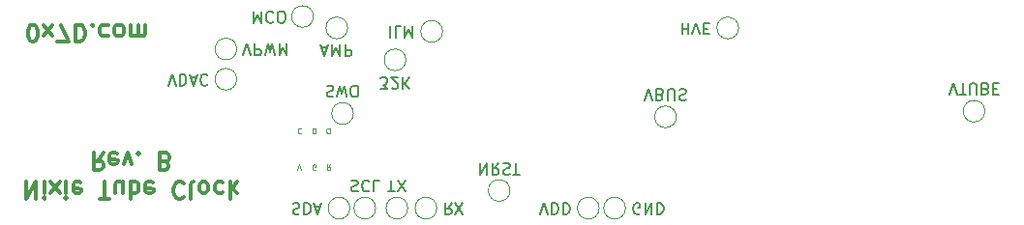
<source format=gbr>
G04 #@! TF.GenerationSoftware,KiCad,Pcbnew,(5.0.2)-1*
G04 #@! TF.CreationDate,2019-02-23T20:37:34-08:00*
G04 #@! TF.ProjectId,nixie_bottom_board,6e697869-655f-4626-9f74-746f6d5f626f,rev?*
G04 #@! TF.SameCoordinates,Original*
G04 #@! TF.FileFunction,Legend,Bot*
G04 #@! TF.FilePolarity,Positive*
%FSLAX46Y46*%
G04 Gerber Fmt 4.6, Leading zero omitted, Abs format (unit mm)*
G04 Created by KiCad (PCBNEW (5.0.2)-1) date 2/23/2019 8:37:34 PM*
%MOMM*%
%LPD*%
G01*
G04 APERTURE LIST*
%ADD10C,0.200000*%
%ADD11C,0.100000*%
%ADD12C,0.300000*%
%ADD13C,0.120000*%
G04 APERTURE END LIST*
D10*
X160991904Y-108900000D02*
X160896666Y-108947619D01*
X160753809Y-108947619D01*
X160610952Y-108900000D01*
X160515714Y-108804761D01*
X160468095Y-108709523D01*
X160420476Y-108519047D01*
X160420476Y-108376190D01*
X160468095Y-108185714D01*
X160515714Y-108090476D01*
X160610952Y-107995238D01*
X160753809Y-107947619D01*
X160849047Y-107947619D01*
X160991904Y-107995238D01*
X161039523Y-108042857D01*
X161039523Y-108376190D01*
X160849047Y-108376190D01*
X161468095Y-107947619D02*
X161468095Y-108947619D01*
X162039523Y-107947619D01*
X162039523Y-108947619D01*
X162515714Y-107947619D02*
X162515714Y-108947619D01*
X162753809Y-108947619D01*
X162896666Y-108900000D01*
X162991904Y-108804761D01*
X163039523Y-108709523D01*
X163087142Y-108519047D01*
X163087142Y-108376190D01*
X163039523Y-108185714D01*
X162991904Y-108090476D01*
X162896666Y-107995238D01*
X162753809Y-107947619D01*
X162515714Y-107947619D01*
X138998095Y-106947619D02*
X139569523Y-106947619D01*
X139283809Y-105947619D02*
X139283809Y-106947619D01*
X139807619Y-106947619D02*
X140474285Y-105947619D01*
X140474285Y-106947619D02*
X139807619Y-105947619D01*
X144539523Y-107947619D02*
X144206190Y-108423809D01*
X143968095Y-107947619D02*
X143968095Y-108947619D01*
X144349047Y-108947619D01*
X144444285Y-108900000D01*
X144491904Y-108852380D01*
X144539523Y-108757142D01*
X144539523Y-108614285D01*
X144491904Y-108519047D01*
X144444285Y-108471428D01*
X144349047Y-108423809D01*
X143968095Y-108423809D01*
X144872857Y-108947619D02*
X145539523Y-107947619D01*
X145539523Y-108947619D02*
X144872857Y-107947619D01*
X147057142Y-104447619D02*
X147057142Y-105447619D01*
X147628571Y-104447619D01*
X147628571Y-105447619D01*
X148676190Y-104447619D02*
X148342857Y-104923809D01*
X148104761Y-104447619D02*
X148104761Y-105447619D01*
X148485714Y-105447619D01*
X148580952Y-105400000D01*
X148628571Y-105352380D01*
X148676190Y-105257142D01*
X148676190Y-105114285D01*
X148628571Y-105019047D01*
X148580952Y-104971428D01*
X148485714Y-104923809D01*
X148104761Y-104923809D01*
X149057142Y-104495238D02*
X149200000Y-104447619D01*
X149438095Y-104447619D01*
X149533333Y-104495238D01*
X149580952Y-104542857D01*
X149628571Y-104638095D01*
X149628571Y-104733333D01*
X149580952Y-104828571D01*
X149533333Y-104876190D01*
X149438095Y-104923809D01*
X149247619Y-104971428D01*
X149152380Y-105019047D01*
X149104761Y-105066666D01*
X149057142Y-105161904D01*
X149057142Y-105257142D01*
X149104761Y-105352380D01*
X149152380Y-105400000D01*
X149247619Y-105447619D01*
X149485714Y-105447619D01*
X149628571Y-105400000D01*
X149914285Y-105447619D02*
X150485714Y-105447619D01*
X150200000Y-104447619D02*
X150200000Y-105447619D01*
D11*
X133727380Y-101873809D02*
X133822619Y-101873809D01*
X133870238Y-101850000D01*
X133917857Y-101802380D01*
X133941666Y-101707142D01*
X133941666Y-101540476D01*
X133917857Y-101445238D01*
X133870238Y-101397619D01*
X133822619Y-101373809D01*
X133727380Y-101373809D01*
X133679761Y-101397619D01*
X133632142Y-101445238D01*
X133608333Y-101540476D01*
X133608333Y-101707142D01*
X133632142Y-101802380D01*
X133679761Y-101850000D01*
X133727380Y-101873809D01*
X132369047Y-101373809D02*
X132369047Y-101873809D01*
X132488095Y-101873809D01*
X132559523Y-101850000D01*
X132607142Y-101802380D01*
X132630952Y-101754761D01*
X132654761Y-101659523D01*
X132654761Y-101588095D01*
X132630952Y-101492857D01*
X132607142Y-101445238D01*
X132559523Y-101397619D01*
X132488095Y-101373809D01*
X132369047Y-101373809D01*
X131384761Y-101421428D02*
X131360952Y-101397619D01*
X131289523Y-101373809D01*
X131241904Y-101373809D01*
X131170476Y-101397619D01*
X131122857Y-101445238D01*
X131099047Y-101492857D01*
X131075238Y-101588095D01*
X131075238Y-101659523D01*
X131099047Y-101754761D01*
X131122857Y-101802380D01*
X131170476Y-101850000D01*
X131241904Y-101873809D01*
X131289523Y-101873809D01*
X131360952Y-101850000D01*
X131384761Y-101826190D01*
X133924761Y-104573809D02*
X133758095Y-104811904D01*
X133639047Y-104573809D02*
X133639047Y-105073809D01*
X133829523Y-105073809D01*
X133877142Y-105050000D01*
X133900952Y-105026190D01*
X133924761Y-104978571D01*
X133924761Y-104907142D01*
X133900952Y-104859523D01*
X133877142Y-104835714D01*
X133829523Y-104811904D01*
X133639047Y-104811904D01*
X132630952Y-105050000D02*
X132583333Y-105073809D01*
X132511904Y-105073809D01*
X132440476Y-105050000D01*
X132392857Y-105002380D01*
X132369047Y-104954761D01*
X132345238Y-104859523D01*
X132345238Y-104788095D01*
X132369047Y-104692857D01*
X132392857Y-104645238D01*
X132440476Y-104597619D01*
X132511904Y-104573809D01*
X132559523Y-104573809D01*
X132630952Y-104597619D01*
X132654761Y-104621428D01*
X132654761Y-104788095D01*
X132559523Y-104788095D01*
X131063333Y-105073809D02*
X131230000Y-104573809D01*
X131396666Y-105073809D01*
D10*
X133619047Y-97695238D02*
X133761904Y-97647619D01*
X134000000Y-97647619D01*
X134095238Y-97695238D01*
X134142857Y-97742857D01*
X134190476Y-97838095D01*
X134190476Y-97933333D01*
X134142857Y-98028571D01*
X134095238Y-98076190D01*
X134000000Y-98123809D01*
X133809523Y-98171428D01*
X133714285Y-98219047D01*
X133666666Y-98266666D01*
X133619047Y-98361904D01*
X133619047Y-98457142D01*
X133666666Y-98552380D01*
X133714285Y-98600000D01*
X133809523Y-98647619D01*
X134047619Y-98647619D01*
X134190476Y-98600000D01*
X134523809Y-98647619D02*
X134761904Y-97647619D01*
X134952380Y-98361904D01*
X135142857Y-97647619D01*
X135380952Y-98647619D01*
X135952380Y-98647619D02*
X136142857Y-98647619D01*
X136238095Y-98600000D01*
X136333333Y-98504761D01*
X136380952Y-98314285D01*
X136380952Y-97980952D01*
X136333333Y-97790476D01*
X136238095Y-97695238D01*
X136142857Y-97647619D01*
X135952380Y-97647619D01*
X135857142Y-97695238D01*
X135761904Y-97790476D01*
X135714285Y-97980952D01*
X135714285Y-98314285D01*
X135761904Y-98504761D01*
X135857142Y-98600000D01*
X135952380Y-98647619D01*
D12*
X107837857Y-93821428D02*
X107980714Y-93821428D01*
X108123571Y-93750000D01*
X108195000Y-93678571D01*
X108266428Y-93535714D01*
X108337857Y-93250000D01*
X108337857Y-92892857D01*
X108266428Y-92607142D01*
X108195000Y-92464285D01*
X108123571Y-92392857D01*
X107980714Y-92321428D01*
X107837857Y-92321428D01*
X107695000Y-92392857D01*
X107623571Y-92464285D01*
X107552142Y-92607142D01*
X107480714Y-92892857D01*
X107480714Y-93250000D01*
X107552142Y-93535714D01*
X107623571Y-93678571D01*
X107695000Y-93750000D01*
X107837857Y-93821428D01*
X108837857Y-92321428D02*
X109623571Y-93321428D01*
X108837857Y-93321428D02*
X109623571Y-92321428D01*
X110052142Y-93821428D02*
X111052142Y-93821428D01*
X110409285Y-92321428D01*
X111623571Y-92321428D02*
X111623571Y-93821428D01*
X111980714Y-93821428D01*
X112195000Y-93750000D01*
X112337857Y-93607142D01*
X112409285Y-93464285D01*
X112480714Y-93178571D01*
X112480714Y-92964285D01*
X112409285Y-92678571D01*
X112337857Y-92535714D01*
X112195000Y-92392857D01*
X111980714Y-92321428D01*
X111623571Y-92321428D01*
X113123571Y-92464285D02*
X113195000Y-92392857D01*
X113123571Y-92321428D01*
X113052142Y-92392857D01*
X113123571Y-92464285D01*
X113123571Y-92321428D01*
X114480714Y-92392857D02*
X114337857Y-92321428D01*
X114052142Y-92321428D01*
X113909285Y-92392857D01*
X113837857Y-92464285D01*
X113766428Y-92607142D01*
X113766428Y-93035714D01*
X113837857Y-93178571D01*
X113909285Y-93250000D01*
X114052142Y-93321428D01*
X114337857Y-93321428D01*
X114480714Y-93250000D01*
X115337857Y-92321428D02*
X115195000Y-92392857D01*
X115123571Y-92464285D01*
X115052142Y-92607142D01*
X115052142Y-93035714D01*
X115123571Y-93178571D01*
X115195000Y-93250000D01*
X115337857Y-93321428D01*
X115552142Y-93321428D01*
X115695000Y-93250000D01*
X115766428Y-93178571D01*
X115837857Y-93035714D01*
X115837857Y-92607142D01*
X115766428Y-92464285D01*
X115695000Y-92392857D01*
X115552142Y-92321428D01*
X115337857Y-92321428D01*
X116480714Y-92321428D02*
X116480714Y-93321428D01*
X116480714Y-93178571D02*
X116552142Y-93250000D01*
X116695000Y-93321428D01*
X116909285Y-93321428D01*
X117052142Y-93250000D01*
X117123571Y-93107142D01*
X117123571Y-92321428D01*
X117123571Y-93107142D02*
X117195000Y-93250000D01*
X117337857Y-93321428D01*
X117552142Y-93321428D01*
X117695000Y-93250000D01*
X117766428Y-93107142D01*
X117766428Y-92321428D01*
D10*
X161466666Y-98947619D02*
X161800000Y-97947619D01*
X162133333Y-98947619D01*
X162800000Y-98471428D02*
X162942857Y-98423809D01*
X162990476Y-98376190D01*
X163038095Y-98280952D01*
X163038095Y-98138095D01*
X162990476Y-98042857D01*
X162942857Y-97995238D01*
X162847619Y-97947619D01*
X162466666Y-97947619D01*
X162466666Y-98947619D01*
X162800000Y-98947619D01*
X162895238Y-98900000D01*
X162942857Y-98852380D01*
X162990476Y-98757142D01*
X162990476Y-98661904D01*
X162942857Y-98566666D01*
X162895238Y-98519047D01*
X162800000Y-98471428D01*
X162466666Y-98471428D01*
X163466666Y-98947619D02*
X163466666Y-98138095D01*
X163514285Y-98042857D01*
X163561904Y-97995238D01*
X163657142Y-97947619D01*
X163847619Y-97947619D01*
X163942857Y-97995238D01*
X163990476Y-98042857D01*
X164038095Y-98138095D01*
X164038095Y-98947619D01*
X164466666Y-97995238D02*
X164609523Y-97947619D01*
X164847619Y-97947619D01*
X164942857Y-97995238D01*
X164990476Y-98042857D01*
X165038095Y-98138095D01*
X165038095Y-98233333D01*
X164990476Y-98328571D01*
X164942857Y-98376190D01*
X164847619Y-98423809D01*
X164657142Y-98471428D01*
X164561904Y-98519047D01*
X164514285Y-98566666D01*
X164466666Y-98661904D01*
X164466666Y-98757142D01*
X164514285Y-98852380D01*
X164561904Y-98900000D01*
X164657142Y-98947619D01*
X164895238Y-98947619D01*
X165038095Y-98900000D01*
D12*
X107321428Y-106096428D02*
X107321428Y-107596428D01*
X108178571Y-106096428D01*
X108178571Y-107596428D01*
X108892857Y-106096428D02*
X108892857Y-107096428D01*
X108892857Y-107596428D02*
X108821428Y-107525000D01*
X108892857Y-107453571D01*
X108964285Y-107525000D01*
X108892857Y-107596428D01*
X108892857Y-107453571D01*
X109464285Y-106096428D02*
X110250000Y-107096428D01*
X109464285Y-107096428D02*
X110250000Y-106096428D01*
X110821428Y-106096428D02*
X110821428Y-107096428D01*
X110821428Y-107596428D02*
X110750000Y-107525000D01*
X110821428Y-107453571D01*
X110892857Y-107525000D01*
X110821428Y-107596428D01*
X110821428Y-107453571D01*
X112107142Y-106167857D02*
X111964285Y-106096428D01*
X111678571Y-106096428D01*
X111535714Y-106167857D01*
X111464285Y-106310714D01*
X111464285Y-106882142D01*
X111535714Y-107025000D01*
X111678571Y-107096428D01*
X111964285Y-107096428D01*
X112107142Y-107025000D01*
X112178571Y-106882142D01*
X112178571Y-106739285D01*
X111464285Y-106596428D01*
X113750000Y-107596428D02*
X114607142Y-107596428D01*
X114178571Y-106096428D02*
X114178571Y-107596428D01*
X115750000Y-107096428D02*
X115750000Y-106096428D01*
X115107142Y-107096428D02*
X115107142Y-106310714D01*
X115178571Y-106167857D01*
X115321428Y-106096428D01*
X115535714Y-106096428D01*
X115678571Y-106167857D01*
X115750000Y-106239285D01*
X116464285Y-106096428D02*
X116464285Y-107596428D01*
X116464285Y-107025000D02*
X116607142Y-107096428D01*
X116892857Y-107096428D01*
X117035714Y-107025000D01*
X117107142Y-106953571D01*
X117178571Y-106810714D01*
X117178571Y-106382142D01*
X117107142Y-106239285D01*
X117035714Y-106167857D01*
X116892857Y-106096428D01*
X116607142Y-106096428D01*
X116464285Y-106167857D01*
X118392857Y-106167857D02*
X118249999Y-106096428D01*
X117964285Y-106096428D01*
X117821428Y-106167857D01*
X117749999Y-106310714D01*
X117749999Y-106882142D01*
X117821428Y-107025000D01*
X117964285Y-107096428D01*
X118249999Y-107096428D01*
X118392857Y-107025000D01*
X118464285Y-106882142D01*
X118464285Y-106739285D01*
X117749999Y-106596428D01*
X121107142Y-106239285D02*
X121035714Y-106167857D01*
X120821428Y-106096428D01*
X120678571Y-106096428D01*
X120464285Y-106167857D01*
X120321428Y-106310714D01*
X120249999Y-106453571D01*
X120178571Y-106739285D01*
X120178571Y-106953571D01*
X120249999Y-107239285D01*
X120321428Y-107382142D01*
X120464285Y-107525000D01*
X120678571Y-107596428D01*
X120821428Y-107596428D01*
X121035714Y-107525000D01*
X121107142Y-107453571D01*
X121964285Y-106096428D02*
X121821428Y-106167857D01*
X121749999Y-106310714D01*
X121749999Y-107596428D01*
X122749999Y-106096428D02*
X122607142Y-106167857D01*
X122535714Y-106239285D01*
X122464285Y-106382142D01*
X122464285Y-106810714D01*
X122535714Y-106953571D01*
X122607142Y-107025000D01*
X122749999Y-107096428D01*
X122964285Y-107096428D01*
X123107142Y-107025000D01*
X123178571Y-106953571D01*
X123249999Y-106810714D01*
X123249999Y-106382142D01*
X123178571Y-106239285D01*
X123107142Y-106167857D01*
X122964285Y-106096428D01*
X122749999Y-106096428D01*
X124535714Y-106167857D02*
X124392857Y-106096428D01*
X124107142Y-106096428D01*
X123964285Y-106167857D01*
X123892857Y-106239285D01*
X123821428Y-106382142D01*
X123821428Y-106810714D01*
X123892857Y-106953571D01*
X123964285Y-107025000D01*
X124107142Y-107096428D01*
X124392857Y-107096428D01*
X124535714Y-107025000D01*
X125178571Y-106096428D02*
X125178571Y-107596428D01*
X125321428Y-106667857D02*
X125749999Y-106096428D01*
X125749999Y-107096428D02*
X125178571Y-106525000D01*
X114071428Y-103546428D02*
X113571428Y-104260714D01*
X113214285Y-103546428D02*
X113214285Y-105046428D01*
X113785714Y-105046428D01*
X113928571Y-104975000D01*
X114000000Y-104903571D01*
X114071428Y-104760714D01*
X114071428Y-104546428D01*
X114000000Y-104403571D01*
X113928571Y-104332142D01*
X113785714Y-104260714D01*
X113214285Y-104260714D01*
X115285714Y-103617857D02*
X115142857Y-103546428D01*
X114857142Y-103546428D01*
X114714285Y-103617857D01*
X114642857Y-103760714D01*
X114642857Y-104332142D01*
X114714285Y-104475000D01*
X114857142Y-104546428D01*
X115142857Y-104546428D01*
X115285714Y-104475000D01*
X115357142Y-104332142D01*
X115357142Y-104189285D01*
X114642857Y-104046428D01*
X115857142Y-104546428D02*
X116214285Y-103546428D01*
X116571428Y-104546428D01*
X117142857Y-103689285D02*
X117214285Y-103617857D01*
X117142857Y-103546428D01*
X117071428Y-103617857D01*
X117142857Y-103689285D01*
X117142857Y-103546428D01*
X119500000Y-104332142D02*
X119714285Y-104260714D01*
X119785714Y-104189285D01*
X119857142Y-104046428D01*
X119857142Y-103832142D01*
X119785714Y-103689285D01*
X119714285Y-103617857D01*
X119571428Y-103546428D01*
X119000000Y-103546428D01*
X119000000Y-105046428D01*
X119500000Y-105046428D01*
X119642857Y-104975000D01*
X119714285Y-104903571D01*
X119785714Y-104760714D01*
X119785714Y-104617857D01*
X119714285Y-104475000D01*
X119642857Y-104403571D01*
X119500000Y-104332142D01*
X119000000Y-104332142D01*
D10*
X188109523Y-98447619D02*
X188442857Y-97447619D01*
X188776190Y-98447619D01*
X188966666Y-98447619D02*
X189538095Y-98447619D01*
X189252380Y-97447619D02*
X189252380Y-98447619D01*
X189871428Y-98447619D02*
X189871428Y-97638095D01*
X189919047Y-97542857D01*
X189966666Y-97495238D01*
X190061904Y-97447619D01*
X190252380Y-97447619D01*
X190347619Y-97495238D01*
X190395238Y-97542857D01*
X190442857Y-97638095D01*
X190442857Y-98447619D01*
X191252380Y-97971428D02*
X191395238Y-97923809D01*
X191442857Y-97876190D01*
X191490476Y-97780952D01*
X191490476Y-97638095D01*
X191442857Y-97542857D01*
X191395238Y-97495238D01*
X191300000Y-97447619D01*
X190919047Y-97447619D01*
X190919047Y-98447619D01*
X191252380Y-98447619D01*
X191347619Y-98400000D01*
X191395238Y-98352380D01*
X191442857Y-98257142D01*
X191442857Y-98161904D01*
X191395238Y-98066666D01*
X191347619Y-98019047D01*
X191252380Y-97971428D01*
X190919047Y-97971428D01*
X191919047Y-97971428D02*
X192252380Y-97971428D01*
X192395238Y-97447619D02*
X191919047Y-97447619D01*
X191919047Y-98447619D01*
X192395238Y-98447619D01*
X135759523Y-105995238D02*
X135902380Y-105947619D01*
X136140476Y-105947619D01*
X136235714Y-105995238D01*
X136283333Y-106042857D01*
X136330952Y-106138095D01*
X136330952Y-106233333D01*
X136283333Y-106328571D01*
X136235714Y-106376190D01*
X136140476Y-106423809D01*
X135950000Y-106471428D01*
X135854761Y-106519047D01*
X135807142Y-106566666D01*
X135759523Y-106661904D01*
X135759523Y-106757142D01*
X135807142Y-106852380D01*
X135854761Y-106900000D01*
X135950000Y-106947619D01*
X136188095Y-106947619D01*
X136330952Y-106900000D01*
X137330952Y-106042857D02*
X137283333Y-105995238D01*
X137140476Y-105947619D01*
X137045238Y-105947619D01*
X136902380Y-105995238D01*
X136807142Y-106090476D01*
X136759523Y-106185714D01*
X136711904Y-106376190D01*
X136711904Y-106519047D01*
X136759523Y-106709523D01*
X136807142Y-106804761D01*
X136902380Y-106900000D01*
X137045238Y-106947619D01*
X137140476Y-106947619D01*
X137283333Y-106900000D01*
X137330952Y-106852380D01*
X138235714Y-105947619D02*
X137759523Y-105947619D01*
X137759523Y-106947619D01*
X152308095Y-108947619D02*
X152641428Y-107947619D01*
X152974761Y-108947619D01*
X153308095Y-107947619D02*
X153308095Y-108947619D01*
X153546190Y-108947619D01*
X153689047Y-108900000D01*
X153784285Y-108804761D01*
X153831904Y-108709523D01*
X153879523Y-108519047D01*
X153879523Y-108376190D01*
X153831904Y-108185714D01*
X153784285Y-108090476D01*
X153689047Y-107995238D01*
X153546190Y-107947619D01*
X153308095Y-107947619D01*
X154308095Y-107947619D02*
X154308095Y-108947619D01*
X154546190Y-108947619D01*
X154689047Y-108900000D01*
X154784285Y-108804761D01*
X154831904Y-108709523D01*
X154879523Y-108519047D01*
X154879523Y-108376190D01*
X154831904Y-108185714D01*
X154784285Y-108090476D01*
X154689047Y-107995238D01*
X154546190Y-107947619D01*
X154308095Y-107947619D01*
X130650952Y-107995238D02*
X130793809Y-107947619D01*
X131031904Y-107947619D01*
X131127142Y-107995238D01*
X131174761Y-108042857D01*
X131222380Y-108138095D01*
X131222380Y-108233333D01*
X131174761Y-108328571D01*
X131127142Y-108376190D01*
X131031904Y-108423809D01*
X130841428Y-108471428D01*
X130746190Y-108519047D01*
X130698571Y-108566666D01*
X130650952Y-108661904D01*
X130650952Y-108757142D01*
X130698571Y-108852380D01*
X130746190Y-108900000D01*
X130841428Y-108947619D01*
X131079523Y-108947619D01*
X131222380Y-108900000D01*
X131650952Y-107947619D02*
X131650952Y-108947619D01*
X131889047Y-108947619D01*
X132031904Y-108900000D01*
X132127142Y-108804761D01*
X132174761Y-108709523D01*
X132222380Y-108519047D01*
X132222380Y-108376190D01*
X132174761Y-108185714D01*
X132127142Y-108090476D01*
X132031904Y-107995238D01*
X131889047Y-107947619D01*
X131650952Y-107947619D01*
X132603333Y-108233333D02*
X133079523Y-108233333D01*
X132508095Y-107947619D02*
X132841428Y-108947619D01*
X133174761Y-107947619D01*
X126325238Y-94997619D02*
X126658571Y-93997619D01*
X126991904Y-94997619D01*
X127325238Y-93997619D02*
X127325238Y-94997619D01*
X127706190Y-94997619D01*
X127801428Y-94950000D01*
X127849047Y-94902380D01*
X127896666Y-94807142D01*
X127896666Y-94664285D01*
X127849047Y-94569047D01*
X127801428Y-94521428D01*
X127706190Y-94473809D01*
X127325238Y-94473809D01*
X128230000Y-94997619D02*
X128468095Y-93997619D01*
X128658571Y-94711904D01*
X128849047Y-93997619D01*
X129087142Y-94997619D01*
X129468095Y-93997619D02*
X129468095Y-94997619D01*
X129801428Y-94283333D01*
X130134761Y-94997619D01*
X130134761Y-93997619D01*
X119750952Y-97647619D02*
X120084285Y-96647619D01*
X120417619Y-97647619D01*
X120750952Y-96647619D02*
X120750952Y-97647619D01*
X120989047Y-97647619D01*
X121131904Y-97600000D01*
X121227142Y-97504761D01*
X121274761Y-97409523D01*
X121322380Y-97219047D01*
X121322380Y-97076190D01*
X121274761Y-96885714D01*
X121227142Y-96790476D01*
X121131904Y-96695238D01*
X120989047Y-96647619D01*
X120750952Y-96647619D01*
X121703333Y-96933333D02*
X122179523Y-96933333D01*
X121608095Y-96647619D02*
X121941428Y-97647619D01*
X122274761Y-96647619D01*
X123179523Y-96742857D02*
X123131904Y-96695238D01*
X122989047Y-96647619D01*
X122893809Y-96647619D01*
X122750952Y-96695238D01*
X122655714Y-96790476D01*
X122608095Y-96885714D01*
X122560476Y-97076190D01*
X122560476Y-97219047D01*
X122608095Y-97409523D01*
X122655714Y-97504761D01*
X122750952Y-97600000D01*
X122893809Y-97647619D01*
X122989047Y-97647619D01*
X123131904Y-97600000D01*
X123179523Y-97552380D01*
X133190476Y-94333333D02*
X133666666Y-94333333D01*
X133095238Y-94047619D02*
X133428571Y-95047619D01*
X133761904Y-94047619D01*
X134095238Y-94047619D02*
X134095238Y-95047619D01*
X134428571Y-94333333D01*
X134761904Y-95047619D01*
X134761904Y-94047619D01*
X135238095Y-94047619D02*
X135238095Y-95047619D01*
X135619047Y-95047619D01*
X135714285Y-95000000D01*
X135761904Y-94952380D01*
X135809523Y-94857142D01*
X135809523Y-94714285D01*
X135761904Y-94619047D01*
X135714285Y-94571428D01*
X135619047Y-94523809D01*
X135238095Y-94523809D01*
X127217619Y-91147619D02*
X127217619Y-92147619D01*
X127550952Y-91433333D01*
X127884285Y-92147619D01*
X127884285Y-91147619D01*
X128931904Y-91242857D02*
X128884285Y-91195238D01*
X128741428Y-91147619D01*
X128646190Y-91147619D01*
X128503333Y-91195238D01*
X128408095Y-91290476D01*
X128360476Y-91385714D01*
X128312857Y-91576190D01*
X128312857Y-91719047D01*
X128360476Y-91909523D01*
X128408095Y-92004761D01*
X128503333Y-92100000D01*
X128646190Y-92147619D01*
X128741428Y-92147619D01*
X128884285Y-92100000D01*
X128931904Y-92052380D01*
X129550952Y-92147619D02*
X129741428Y-92147619D01*
X129836666Y-92100000D01*
X129931904Y-92004761D01*
X129979523Y-91814285D01*
X129979523Y-91480952D01*
X129931904Y-91290476D01*
X129836666Y-91195238D01*
X129741428Y-91147619D01*
X129550952Y-91147619D01*
X129455714Y-91195238D01*
X129360476Y-91290476D01*
X129312857Y-91480952D01*
X129312857Y-91814285D01*
X129360476Y-92004761D01*
X129455714Y-92100000D01*
X129550952Y-92147619D01*
X138290476Y-97947619D02*
X138909523Y-97947619D01*
X138576190Y-97566666D01*
X138719047Y-97566666D01*
X138814285Y-97519047D01*
X138861904Y-97471428D01*
X138909523Y-97376190D01*
X138909523Y-97138095D01*
X138861904Y-97042857D01*
X138814285Y-96995238D01*
X138719047Y-96947619D01*
X138433333Y-96947619D01*
X138338095Y-96995238D01*
X138290476Y-97042857D01*
X139290476Y-97852380D02*
X139338095Y-97900000D01*
X139433333Y-97947619D01*
X139671428Y-97947619D01*
X139766666Y-97900000D01*
X139814285Y-97852380D01*
X139861904Y-97757142D01*
X139861904Y-97661904D01*
X139814285Y-97519047D01*
X139242857Y-96947619D01*
X139861904Y-96947619D01*
X140290476Y-96947619D02*
X140290476Y-97947619D01*
X140861904Y-96947619D02*
X140433333Y-97519047D01*
X140861904Y-97947619D02*
X140290476Y-97376190D01*
X139179523Y-92447619D02*
X139179523Y-93447619D01*
X140131904Y-92447619D02*
X139655714Y-92447619D01*
X139655714Y-93447619D01*
X140465238Y-92447619D02*
X140465238Y-93447619D01*
X140798571Y-92733333D01*
X141131904Y-93447619D01*
X141131904Y-92447619D01*
X164698571Y-92147619D02*
X164698571Y-93147619D01*
X164698571Y-92671428D02*
X165270000Y-92671428D01*
X165270000Y-92147619D02*
X165270000Y-93147619D01*
X165603333Y-93147619D02*
X165936666Y-92147619D01*
X166270000Y-93147619D01*
X166603333Y-92671428D02*
X166936666Y-92671428D01*
X167079523Y-92147619D02*
X166603333Y-92147619D01*
X166603333Y-93147619D01*
X167079523Y-93147619D01*
D13*
G04 #@! TO.C,J21*
X159750000Y-108400000D02*
G75*
G03X159750000Y-108400000I-950000J0D01*
G01*
G04 #@! TO.C,J20*
X143250000Y-108400000D02*
G75*
G03X143250000Y-108400000I-950000J0D01*
G01*
G04 #@! TO.C,J19*
X140710000Y-108400000D02*
G75*
G03X140710000Y-108400000I-950000J0D01*
G01*
G04 #@! TO.C,J13*
X125750000Y-97100000D02*
G75*
G03X125750000Y-97100000I-950000J0D01*
G01*
G04 #@! TO.C,J18*
X149650000Y-106850000D02*
G75*
G03X149650000Y-106850000I-950000J0D01*
G01*
G04 #@! TO.C,J17*
X135950000Y-100100000D02*
G75*
G03X135950000Y-100100000I-950000J0D01*
G01*
G04 #@! TO.C,J16*
X164200000Y-100400000D02*
G75*
G03X164200000Y-100400000I-950000J0D01*
G01*
G04 #@! TO.C,J15*
X125750000Y-94450000D02*
G75*
G03X125750000Y-94450000I-950000J0D01*
G01*
G04 #@! TO.C,J14*
X157450000Y-108400000D02*
G75*
G03X157450000Y-108400000I-950000J0D01*
G01*
G04 #@! TO.C,J11*
X137900000Y-108400000D02*
G75*
G03X137900000Y-108400000I-950000J0D01*
G01*
G04 #@! TO.C,J9*
X135450000Y-92600000D02*
G75*
G03X135450000Y-92600000I-950000J0D01*
G01*
G04 #@! TO.C,J8*
X191200000Y-99900000D02*
G75*
G03X191200000Y-99900000I-950000J0D01*
G01*
G04 #@! TO.C,J7*
X169650000Y-92600000D02*
G75*
G03X169650000Y-92600000I-950000J0D01*
G01*
G04 #@! TO.C,J6*
X143750000Y-92900000D02*
G75*
G03X143750000Y-92900000I-950000J0D01*
G01*
G04 #@! TO.C,J5*
X132450000Y-91600000D02*
G75*
G03X132450000Y-91600000I-950000J0D01*
G01*
G04 #@! TO.C,J12*
X135650000Y-108400000D02*
G75*
G03X135650000Y-108400000I-950000J0D01*
G01*
G04 #@! TO.C,J10*
X140550000Y-95400000D02*
G75*
G03X140550000Y-95400000I-950000J0D01*
G01*
G04 #@! TD*
M02*

</source>
